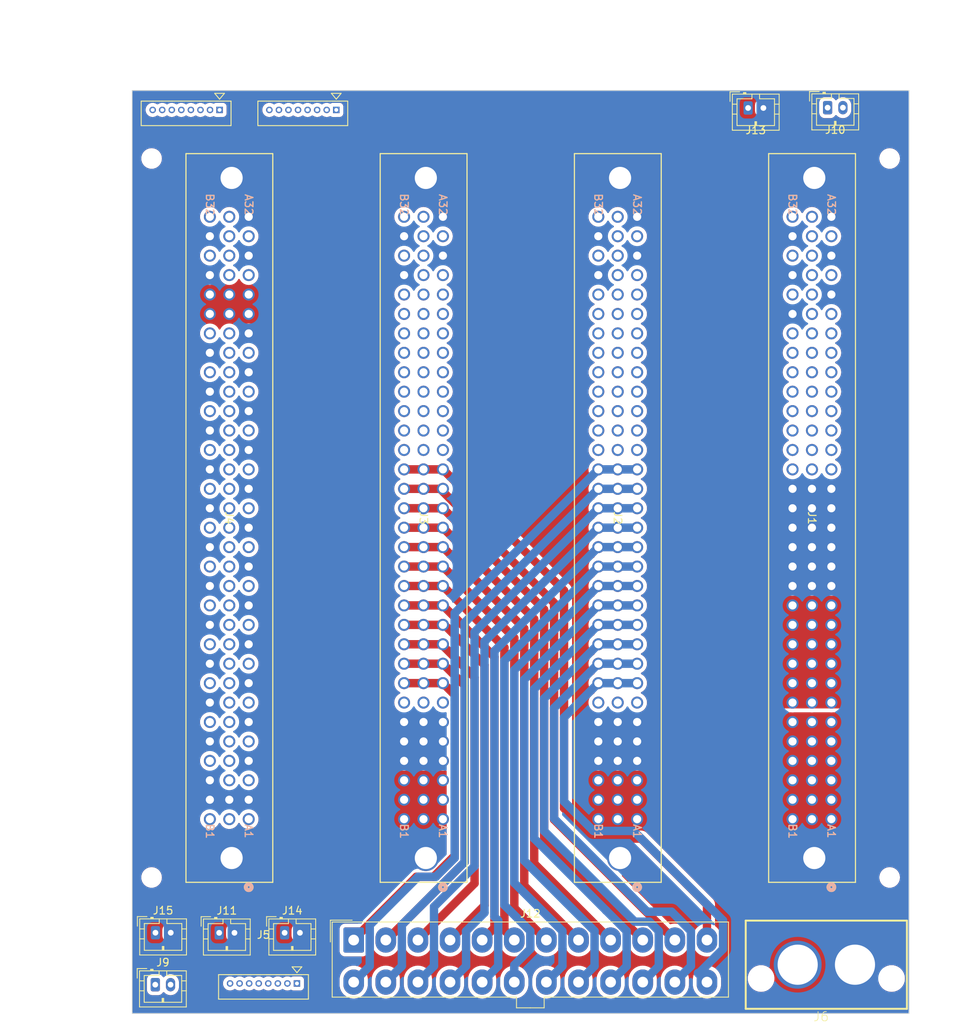
<source format=kicad_pcb>
(kicad_pcb (version 20221018) (generator pcbnew)
  (layers (0 "F.Cu" power) (1 "In1.Cu" signal) (2 "In2.Cu" signal) (31 "B.Cu" power) (34 "B.Paste" user) (35 "F.Paste" user) (36 "B.SilkS" user "B.Silkscreen") (37 "F.SilkS" user "F.Silkscreen") (38 "B.Mask" user) (39 "F.Mask" user) (44 "Edge.Cuts" user))
  (net 0 "")
  (net 1 "+24V")
  (net 2 "+12V")
  (net 3 "GND")
  (net 4 "+5V")
  (net 5 "+3.3V")
  (net 6 "CANL")
  (net 7 "DAT1")
  (net 8 "CANH")
  (net 9 "THR1-1")
  (net 10 "THR1-2")
  (net 11 "THR1-3")
  (net 12 "THR2-1")
  (net 13 "THR2-2")
  (net 14 "THR2-3")
  (net 15 "THR3-1")
  (net 20 "THR3-2")
  (net 21 "THR3-3")
  (net 22 "THR4-1")
  (net 23 "THR4-2")
  (net 24 "THR4-3")
  (net 25 "THR5-1")
  (net 26 "THR5-2")
  (net 27 "THR5-3")
  (net 28 "THR6-1")
  (net 29 "THR6-2")
  (net 30 "THR6-3")
  (net 31 "THR7-1")
  (net 32 "THR7-2")
  (net 33 "THR7-3")
  (net 34 "THR8-1")
  (net 39 "THR8-2")
  (net 40 "THR8-3")
  (net 41 "DAT2")
  (net 46 "ETH1-1")
  (net 47 "ETH1-2")
  (net 48 "ETH1-4")
  (net 49 "ETH1-5")
  (net 50 "ETH1-7")
  (net 51 "ETH1-8")
  (net 52 "ETH2-2")
  (net 53 "ETH2-3")
  (net 54 "ETH2-5")
  (net 55 "ETH2-6")
  (net 56 "ETH2-8")
  (net 57 "ETH3-1")
  (net 58 "ETH3-3")
  (net 59 "ETH3-4")
  (net 60 "ETH3-6")
  (net 61 "ETH3-7")
  (net 62 "ETH1-3")
  (net 63 "ETH1-6")
  (net 64 "ETH2-1")
  (net 71 "ETH2-4")
  (net 72 "ETH2-7")
  (net 73 "ETH3-2")
  (net 74 "ETH3-5")
  (net 75 "ETH3-8")
  (net 105 "SW2")
  (net 106 "SW1")
  (footprint "Connector_JST:JST_PH_B2B-PH-K_1x02_P2.00mm_Vertical" (layer "F.Cu") (at 82.499328 136.777073)
    (fp_text reference "J11")
    (fp_text value "Conn_01x02")
  )
  (footprint "650470_5:CON_530470810_MOL" (layer "F.Cu") (at 92.67 143.393262)
    (fp_text reference "J5")
    (fp_text value "530470810")
  )
  (footprint "Connector_JST:JST_PH_B2B-PH-K_1x02_P2.00mm_Vertical" (layer "F.Cu") (at 151.67 28.956)
    (fp_text reference "J13")
    (fp_text value "Conn_01x02")
  )
  (footprint "650470_5:CON_530470810_MOL" (layer "F.Cu") (at 82.55 29.21)
    (fp_text reference "J7" hide)
    (fp_text value "530470810")
  )
  (footprint "650470_5:CONN_650470-5_TYC" (layer "F.Cu") (at 111.76 121.92 -90)
    (fp_text reference "J3")
    (fp_text value "~")
  )
  (footprint "MountingHole:MountingHole_2.2mm_M2" (layer "F.Cu") (at 170.18 129.54)
    (fp_text reference "REF**" hide)
    (fp_text value "MountingHole_2.2mm_M2")
  )
  (footprint "Connector_JST:JST_PH_B2B-PH-K_1x02_P2.00mm_Vertical" (layer "F.Cu") (at 91.05846 136.771766)
    (fp_text reference "J14")
    (fp_text value "Conn_01x02")
  )
  (footprint "MountingHole:MountingHole_2.2mm_M2" (layer "F.Cu") (at 170.18 35.56)
    (fp_text reference "REF**" hide)
    (fp_text value "MountingHole_2.2mm_M2")
  )
  (footprint "Connector_JST:JST_PH_B2B-PH-K_1x02_P2.00mm_Vertical" (layer "F.Cu") (at 74.140538 143.555467)
    (fp_text reference "J9")
    (fp_text value "Conn_01x02")
  )
  (footprint "Connector_JST:JST_PH_B2B-PH-K_1x02_P2.00mm_Vertical" (layer "F.Cu") (at 74.164583 136.764001)
    (fp_text reference "J15")
    (fp_text value "Conn_01x02")
  )
  (footprint "650470_5:CONN_650470-5_TYC" (layer "F.Cu") (at 137.16 121.92 -90)
    (fp_text reference "J2")
    (fp_text value "~")
  )
  (footprint "650470_5:CONN_650470-5_TYC" (layer "F.Cu") (at 162.56 121.92 -90)
    (fp_text reference "J1")
    (fp_text value "~")
  )
  (footprint "MountingHole:MountingHole_2.2mm_M2" (layer "F.Cu") (at 73.66 129.54)
    (fp_text reference "REF**" hide)
    (fp_text value "MountingHole_2.2mm_M2")
  )
  (footprint "650470_5:SUPERSABRE_2CIRCUIT" (layer "F.Cu") (at 161.8996 140.9446)
    (fp_text reference "J6")
    (fp_text value "1720420202" hide)
  )
  (footprint "Connector_JST:JST_PH_B2B-PH-K_1x02_P2.00mm_Vertical" (layer "F.Cu") (at 162.068 28.914)
    (fp_text reference "J10")
    (fp_text value "Conn_01x02")
  )
  (footprint "MountingHole:MountingHole_2.2mm_M2" (layer "F.Cu") (at 73.66 35.56)
    (fp_text reference "REF**" hide)
    (fp_text value "MountingHole_2.2mm_M2")
  )
  (footprint "Connector_Molex:Molex_Mini-Fit_Jr_5566-24A_2x12_P4.20mm_Vertical" (layer "F.Cu") (at 100.09 137.72)
    (fp_text reference "J12")
    (fp_text value "Conn_02x12_Odd_Even")
  )
  (footprint "650470_5:CON_530470810_MOL" (layer "F.Cu") (at 97.81 29.21)
    (fp_text reference "J8" hide)
    (fp_text value "530470810")
  )
  (footprint "650470_5:CONN_650470-5_TYC" (layer "F.Cu") (at 86.36 121.92 -90)
    (fp_text reference "J4")
    (fp_text value "~")
  )
  (gr_rect (start 71.12 26.67) (end 172.72 147.32) (stroke (width 0.1)) (fill none) (layer "Edge.Cuts"))
  (segment (start 127.5974 119.611612) (end 127.5974 108.6226) (width 1.1) (layer "B.Cu") (net 9))
  (segment (start 148.39 138.889848) (end 148.39 135.159353) (width 1.1) (layer "B.Cu") (net 9))
  (segment (start 136.688047 123.4574) (end 131.443188 123.4574) (width 1.1) (layer "B.Cu") (net 9))
  (segment (start 127.5974 108.6226) (end 132.08 104.14) (width 1.1) (layer "B.Cu") (net 9))
  (segment (start 131.443188 123.4574) (end 127.5974 119.611612) (width 1.1) (layer "B.Cu") (net 9))
  (segment (start 145.109239 142.039239) (end 145.240609 142.039239) (width 1.1) (layer "B.Cu") (net 9))
  (segment (start 137.16 104.14) (end 134.62 104.14) (width 1.1) (layer "B.Cu") (net 9))
  (segment (start 132.08 104.14) (end 134.62 104.14) (width 1.1) (layer "B.Cu") (net 9))
  (segment (start 148.39 135.159353) (end 136.688047 123.4574) (width 1.1) (layer "B.Cu") (net 9))
  (segment (start 146.29 143.22) (end 145.109239 142.039239) (width 1.1) (layer "B.Cu") (net 9))
  (segment (start 145.240609 142.039239) (end 148.39 138.889848) (width 1.1) (layer "B.Cu") (net 9))
  (segment (start 142.09 143.22) (end 144.19 141.12) (width 1.1) (layer "B.Cu") (net 10))
  (segment (start 132.08 101.6) (end 134.62 101.6) (width 1.1) (layer "B.Cu") (net 10))
  (segment (start 138.477431 134.02) (end 126.2974 121.839969) (width 1.1) (layer "B.Cu") (net 10))
  (segment (start 137.16 101.6) (end 134.62 101.6) (width 1.1) (layer "B.Cu") (net 10))
  (segment (start 141.659848 134.02) (end 138.477431 134.02) (width 1.1) (layer "B.Cu") (net 10))
  (segment (start 126.2974 121.839969) (end 126.2974 107.3826) (width 1.1) (layer "B.Cu") (net 10))
  (segment (start 126.2974 107.3826) (end 132.08 101.6) (width 1.1) (layer "B.Cu") (net 10))
  (segment (start 144.19 136.550152) (end 141.659848 134.02) (width 1.1) (layer "B.Cu") (net 10))
  (segment (start 144.19 141.12) (end 144.19 136.550152) (width 1.1) (layer "B.Cu") (net 10))
  (segment (start 124.9974 123.4734) (end 124.9974 106.1426) (width 1.1) (layer "B.Cu") (net 11))
  (segment (start 139.99 141.12) (end 139.99 136.550152) (width 1.1) (layer "B.Cu") (net 11))
  (segment (start 139.99 136.550152) (end 138.759848 135.32) (width 1.1) (layer "B.Cu") (net 11))
  (segment (start 138.759848 135.32) (end 136.844 135.32) (width 1.1) (layer "B.Cu") (net 11))
  (segment (start 137.16 99.06) (end 134.62 99.06) (width 1.1) (layer "B.Cu") (net 11))
  (segment (start 137.89 143.22) (end 139.99 141.12) (width 1.1) (layer "B.Cu") (net 11))
  (segment (start 132.08 99.06) (end 134.62 99.06) (width 1.1) (layer "B.Cu") (net 11))
  (segment (start 136.844 135.32) (end 124.9974 123.4734) (width 1.1) (layer "B.Cu") (net 11))
  (segment (start 124.9974 106.1426) (end 132.08 99.06) (width 1.1) (layer "B.Cu") (net 11))
  (segment (start 133.69 143.22) (end 135.79 141.12) (width 1.1) (layer "B.Cu") (net 12))
  (segment (start 133.097848 133.858) (end 133.096 133.858) (width 1.1) (layer "B.Cu") (net 12))
  (segment (start 123.6974 104.9026) (end 132.08 96.52) (width 1.1) (layer "B.Cu") (net 12))
  (segment (start 135.79 136.550152) (end 133.097848 133.858) (width 1.1) (layer "B.Cu") (net 12))
  (segment (start 135.79 141.12) (end 135.79 136.550152) (width 1.1) (layer "B.Cu") (net 12))
  (segment (start 132.08 96.52) (end 134.62 96.52) (width 1.1) (layer "B.Cu") (net 12))
  (segment (start 133.096 133.858) (end 123.6974 124.4594) (width 1.1) (layer "B.Cu") (net 12))
  (segment (start 137.16 96.52) (end 134.62 96.52) (width 1.1) (layer "B.Cu") (net 12))
  (segment (start 123.6974 124.4594) (end 123.6974 104.9026) (width 1.1) (layer "B.Cu") (net 12))
  (segment (start 122.3974 103.6626) (end 132.08 93.98) (width 1.1) (layer "B.Cu") (net 13))
  (segment (start 131.59 136.550152) (end 122.3974 127.357552) (width 1.1) (layer "B.Cu") (net 13))
  (segment (start 131.59 141.12) (end 131.59 136.550152) (width 1.1) (layer "B.Cu") (net 13))
  (segment (start 132.08 93.98) (end 134.62 93.98) (width 1.1) (layer "B.Cu") (net 13))
  (segment (start 129.49 143.22) (end 131.59 141.12) (width 1.1) (layer "B.Cu") (net 13))
  (segment (start 122.3974 127.357552) (end 122.3974 103.6626) (width 1.1) (layer "B.Cu") (net 13))
  (segment (start 137.16 93.98) (end 134.62 93.98) (width 1.1) (layer "B.Cu") (net 13))
  (segment (start 127.391529 138.891377) (end 127.39 138.889848) (width 1.1) (layer "B.Cu") (net 14))
  (segment (start 132.08 91.44) (end 134.62 91.44) (width 1.1) (layer "B.Cu") (net 14))
  (segment (start 127.39 138.889848) (end 127.39 136.550152) (width 1.1) (layer "B.Cu") (net 14))
  (segment (start 125.29 143.22) (end 127.391529 141.118471) (width 1.1) (layer "B.Cu") (net 14))
  (segment (start 127.391529 141.118471) (end 127.391529 138.891377) (width 1.1) (layer "B.Cu") (net 14))
  (segment (start 127.39 136.550152) (end 121.0974 130.257552) (width 1.1) (layer "B.Cu") (net 14))
  (segment (start 137.16 91.44) (end 134.62 91.44) (width 1.1) (layer "B.Cu") (net 14))
  (segment (start 121.0974 102.4226) (end 132.08 91.44) (width 1.1) (layer "B.Cu") (net 14))
  (segment (start 121.0974 130.257552) (end 121.0974 102.4226) (width 1.1) (layer "B.Cu") (net 14))
  (segment (start 119.7974 133.157552) (end 119.7974 101.1826) (width 1.1) (layer "B.Cu") (net 15))
  (segment (start 119.7974 101.1826) (end 132.08 88.9) (width 1.1) (layer "B.Cu") (net 15))
  (segment (start 121.09 143.22) (end 121.09 140.989848) (width 1.1) (layer "B.Cu") (net 15))
  (segment (start 123.19 136.550152) (end 119.7974 133.157552) (width 1.1) (layer "B.Cu") (net 15))
  (segment (start 121.09 140.989848) (end 123.19 138.889848) (width 1.1) (layer "B.Cu") (net 15))
  (segment (start 123.19 138.889848) (end 123.19 136.550152) (width 1.1) (layer "B.Cu") (net 15))
  (segment (start 137.16 88.9) (end 134.62 88.9) (width 1.1) (layer "B.Cu") (net 15))
  (segment (start 132.08 88.9) (end 134.62 88.9) (width 1.1) (layer "B.Cu") (net 15))
  (segment (start 118.4974 99.9426) (end 132.08 86.36) (width 1.1) (layer "B.Cu") (net 20))
  (segment (start 137.16 86.36) (end 134.62 86.36) (width 1.1) (layer "B.Cu") (net 20))
  (segment (start 132.08 86.36) (end 134.62 86.36) (width 1.1) (layer "B.Cu") (net 20))
  (segment (start 118.99 135.17383) (end 118.4974 134.68123) (width 1.1) (layer "B.Cu") (net 20))
  (segment (start 116.89 143.22) (end 118.99 141.12) (width 1.1) (layer "B.Cu") (net 20))
  (segment (start 118.99 141.12) (end 118.99 135.17383) (width 1.1) (layer "B.Cu") (net 20))
  (segment (start 118.4974 134.68123) (end 118.4974 99.9426) (width 1.1) (layer "B.Cu") (net 20))
  (segment (start 117.1974 98.7026) (end 132.08 83.82) (width 1.1) (layer "B.Cu") (net 21))
  (segment (start 114.79 136.550152) (end 117.1974 134.142752) (width 1.1) (layer "B.Cu") (net 21))
  (segment (start 137.16 83.82) (end 134.62 83.82) (width 1.1) (layer "B.Cu") (net 21))
  (segment (start 117.1974 134.142752) (end 117.1974 98.7026) (width 1.1) (layer "B.Cu") (net 21))
  (segment (start 132.08 83.82) (end 134.62 83.82) (width 1.1) (layer "B.Cu") (net 21))
  (segment (start 114.79 141.12) (end 114.79 136.550152) (width 1.1) (layer "B.Cu") (net 21))
  (segment (start 112.69 143.22) (end 114.79 141.12) (width 1.1) (layer "B.Cu") (net 21))
  (segment (start 137.16 81.28) (end 134.62 81.28) (width 1.1) (layer "B.Cu") (net 22))
  (segment (start 115.8974 97.4626) (end 132.08 81.28) (width 1.1) (layer "B.Cu") (net 22))
  (segment (start 108.49 143.22) (end 110.59 141.12) (width 1.1) (layer "B.Cu") (net 22))
  (segment (start 110.59 141.12) (end 110.59 133.370956) (width 1.1) (layer "B.Cu") (net 22))
  (segment (start 110.59 133.370956) (end 115.8974 128.063556) (width 1.1) (layer "B.Cu") (net 22))
  (segment (start 115.8974 128.063556) (end 115.8974 97.4626) (width 1.1) (layer "B.Cu") (net 22))
  (segment (start 132.08 81.28) (end 134.62 81.28) (width 1.1) (layer "B.Cu") (net 22))
  (segment (start 106.39 141.12) (end 106.39 135.732478) (width 1.1) (layer "B.Cu") (net 23))
  (segment (start 137.16 78.74) (end 134.62 78.74) (width 1.1) (layer "B.Cu") (net 23))
  (segment (start 114.5974 96.2226) (end 132.08 78.74) (width 1.1) (layer "B.Cu") (net 23))
  (segment (start 114.5974 127.525078) (end 114.5974 96.2226) (width 1.1) (layer "B.Cu") (net 23))
  (segment (start 106.39 135.732478) (end 114.5974 127.525078) (width 1.1) (layer "B.Cu") (net 23))
  (segment (start 104.29 143.22) (end 106.39 141.12) (width 1.1) (layer "B.Cu") (net 23))
  (segment (start 132.08 78.74) (end 134.62 78.74) (width 1.1) (layer "B.Cu") (net 23))
  (segment (start 108.509231 129.4518) (end 110.8322 129.4518) (width 1.1) (layer "B.Cu") (net 24))
  (segment (start 110.8322 129.4518) (end 113.2974 126.9866) (width 1.1) (layer "B.Cu") (net 24))
  (segment (start 134.62 76.2) (end 137.16 76.2) (width 1.1) (layer "B.Cu") (net 24))
  (segment (start 132.08 76.2) (end 134.62 76.2) (width 1.1) (layer "B.Cu") (net 24))
  (segment (start 100.09 143.22) (end 102.19 141.12) (width 1.1) (layer "B.Cu") (net 24))
  (segment (start 102.19 135.771031) (end 108.509231 129.4518) (width 1.1) (layer "B.Cu") (net 24))
  (segment (start 113.2974 126.9866) (end 113.2974 94.9826) (width 1.1) (layer "B.Cu") (net 24))
  (segment (start 113.2974 94.9826) (end 132.08 76.2) (width 1.1) (layer "B.Cu") (net 24))
  (segment (start 102.19 141.12) (end 102.19 135.771031) (width 1.1) (layer "B.Cu") (net 24))
  (segment (start 113.2974 105.6774) (end 111.76 104.14) (width 1.1) (layer "F.Cu") (net 25))
  (segment (start 100.09 137.72) (end 100.09 137.654) (width 1.1) (layer "F.Cu") (net 25))
  (segment (start 110.540369 129.4518) (end 113.2974 126.694769) (width 1.1) (layer "F.Cu") (net 25))
  (segment (start 106.68 104.14) (end 109.22 104.14) (width 1.1) (layer "F.Cu") (net 25))
  (segment (start 109.22 104.14) (end 111.76 104.14) (width 1.1) (layer "F.Cu") (net 25))
  (segment (start 113.2974 126.694769) (end 113.2974 105.6774) (width 1.1) (layer "F.Cu") (net 25))
  (segment (start 100.09 137.654) (end 108.2922 129.4518) (width 1.1) (layer "F.Cu") (net 25))
  (segment (start 108.2922 129.4518) (end 110.540369 129.4518) (width 1.1) (layer "F.Cu") (net 25))
  (segment (start 109.22 101.6) (end 111.76 101.6) (width 1.1) (layer "F.Cu") (net 26))
  (segment (start 111.76 101.6) (end 114.5974 104.4374) (width 1.1) (layer "F.Cu") (net 26))
  (segment (start 104.402478 137.72) (end 104.29 137.72) (width 1.1) (layer "F.Cu") (net 26))
  (segment (start 114.5974 104.4374) (end 114.5974 127.525078) (width 1.1) (layer "F.Cu") (net 26))
  (segment (start 114.5974 127.525078) (end 104.402478 137.72) (width 1.1) (layer "F.Cu") (net 26))
  (segment (start 106.68 101.6) (end 109.22 101.6) (width 1.1) (layer "F.Cu") (net 26))
  (segment (start 115.8974 130.3126) (end 108.49 137.72) (width 1.1) (layer "F.Cu") (net 27))
  (segment (start 109.22 99.06) (end 111.76 99.06) (width 1.1) (layer "F.Cu") (net 27))
  (segment (start 106.68 99.06) (end 109.22 99.06) (width 1.1) (layer "F.Cu") (net 27))
  (segment (start 115.8974 103.380294) (end 115.8974 130.3126) (width 1.1) (layer "F.Cu") (net 27))
  (segment (start 111.76 99.242894) (end 115.8974 103.380294) (width 1.1) (layer "F.Cu") (net 27))
  (segment (start 111.76 99.06) (end 111.76 99.242894) (width 1.1) (layer "F.Cu") (net 27))
  (segment (start 111.76 96.52) (end 111.958106 96.52) (width 1.1) (layer "F.Cu") (net 28))
  (segment (start 106.68 96.52) (end 109.22 96.52) (width 1.1) (layer "F.Cu") (net 28))
  (segment (start 111.958106 96.52) (end 117.1974 101.759294) (width 1.1) (layer "F.Cu") (net 28))
  (segment (start 117.1974 101.759294) (end 117.1974 133.2126) (width 1.1) (layer "F.Cu") (net 28))
  (segment (start 109.22 96.52) (end 111.76 96.52) (width 1.1) (layer "F.Cu") (net 28))
  (segment (start 117.1974 133.2126) (end 112.69 137.72) (width 1.1) (layer "F.Cu") (net 28))
  (segment (start 118.4974 100.7174) (end 118.4974 136.1126) (width 1.1) (layer "F.Cu") (net 29))
  (segment (start 111.76 93.98) (end 118.4974 100.7174) (width 1.1) (layer "F.Cu") (net 29))
  (segment (start 118.4974 136.1126) (end 116.89 137.72) (width 1.1) (layer "F.Cu") (net 29))
  (segment (start 106.68 93.98) (end 109.22 93.98) (width 1.1) (layer "F.Cu") (net 29))
  (segment (start 109.22 93.98) (end 111.76 93.98) (width 1.1) (layer "F.Cu") (net 29))
  (segment (start 111.76 91.44) (end 119.7974 99.4774) (width 1.1) (layer "F.Cu") (net 30))
  (segment (start 119.7974 136.4274) (end 121.09 137.72) (width 1.1) (layer "F.Cu") (net 30))
  (segment (start 119.7974 99.4774) (end 119.7974 136.4274) (width 1.1) (layer "F.Cu") (net 30))
  (segment (start 106.68 91.44) (end 109.22 91.44) (width 1.1) (layer "F.Cu") (net 30))
  (segment (start 109.22 91.44) (end 111.76 91.44) (width 1.1) (layer "F.Cu") (net 30))
  (segment (start 121.0974 133.5274) (end 125.29 137.72) (width 1.1) (layer "F.Cu") (net 31))
  (segment (start 106.68 88.9) (end 109.22 88.9) (width 1.1) (layer "F.Cu") (net 31))
  (segment (start 109.22 88.9) (end 111.76 88.9) (width 1.1) (layer "F.Cu") (net 31))
  (segment (start 111.76 88.9) (end 121.0974 98.2374) (width 1.1) (layer "F.Cu") (net 31))
  (segment (start 121.0974 98.2374) (end 121.0974 133.5274) (width 1.1) (layer "F.Cu") (net 31))
  (segment (start 111.76 86.36) (end 122.3974 96.9974) (width 1.1) (layer "F.Cu") (net 32))
  (segment (start 106.68 86.36) (end 109.22 86.36) (width 1.1) (layer "F.Cu") (net 32))
  (segment (start 109.22 86.36) (end 111.76 86.36) (width 1.1) (layer "F.Cu") (net 32))
  (segment (start 122.3974 130.6274) (end 129.49 137.72) (width 1.1) (layer "F.Cu") (net 32))
  (segment (start 122.3974 96.9974) (end 122.3974 130.6274) (width 1.1) (layer "F.Cu") (net 32))
  (segment (start 109.22 83.82) (end 111.76 83.82) (width 1.1) (layer "F.Cu") (net 33))
  (segment (start 123.6974 95.7574) (end 123.6974 127.7274) (width 1.1) (layer "F.Cu") (net 33))
  (segment (start 123.6974 127.7274) (end 133.69 137.72) (width 1.1) (layer "F.Cu") (net 33))
  (segment (start 106.68 83.82) (end 109.22 83.82) (width 1.1) (layer "F.Cu") (net 33))
  (segment (start 111.76 83.82) (end 123.6974 95.7574) (width 1.1) (layer "F.Cu") (net 33))
  (segment (start 111.76 81.28) (end 124.9974 94.5174) (width 1.1) (layer "F.Cu") (net 34))
  (segment (start 124.9974 94.5174) (end 124.9974 124.8274) (width 1.1) (layer "F.Cu") (net 34))
  (segment (start 106.68 81.28) (end 109.22 81.28) (width 1.1) (layer "F.Cu") (net 34))
  (segment (start 124.9974 124.8274) (end 137.89 137.72) (width 1.1) (layer "F.Cu") (net 34))
  (segment (start 109.22 81.28) (end 111.76 81.28) (width 1.1) (layer "F.Cu") (net 34))
  (segment (start 141.784 137.72) (end 142.09 137.72) (width 1.3) (layer "F.Cu") (net 39))
  (segment (start 111.394212 78.74) (end 126.2974 93.643188) (width 1.1) (layer "F.Cu") (net 39))
  (segment (start 111.76 78.74) (end 111.394212 78.74) (width 1.1) (layer "F.Cu") (net 39))
  (segment (start 126.2974 93.643188) (end 126.2974 121.9794) (width 1.1) (layer "F.Cu") (net 39))
  (segment (start 106.68 78.74) (end 109.22 78.74) (width 1.1) (layer "F.Cu") (net 39))
  (segment (start 142.038 137.72) (end 142.09 137.72) (width 1.1) (layer "F.Cu") (net 39))
  (segment (start 109.22 78.74) (end 111.76 78.74) (width 1.1) (layer "F.Cu") (net 39))
  (segment (start 126.2974 121.9794) (end 142.038 137.72) (width 1.1) (layer "F.Cu") (net 39))
  (segment (start 131.572 124.46) (end 137.668 124.46) (width 1.1) (layer "F.Cu") (net 40))
  (segment (start 111.76 76.2) (end 127.5974 92.0374) (width 1.1) (layer "F.Cu") (net 40))
  (segment (start 106.68 76.2) (end 109.22 76.2) (width 1.1) (layer "F.Cu") (net 40))
  (segment (start 109.22 76.2) (end 111.76 76.2) (width 1.1) (layer "F.Cu") (net 40))
  (segment (start 127.5974 92.0374) (end 127.5974 120.4854) (width 1.1) (layer "F.Cu") (net 40))
  (segment (start 146.29 133.082) (end 146.29 137.72) (width 1.1) (layer "F.Cu") (net 40))
  (segment (start 127.5974 120.4854) (end 131.572 124.46) (width 1.1) (layer "F.Cu") (net 40))
  (segment (start 137.668 124.46) (end 146.29 133.082) (width 1.1) (layer "F.Cu") (net 40))
  (zone (net 1) (net_name "+24V") (layer "F.Cu") (priority 4) (connect_pads yes (clearance 0.5)) (min_thickness 0.25) (fill yes (thermal_gap 0.5) (thermal_bridge_width 0.5))
    (polygon (pts (xy 172.72 147.32) (xy 172.72 107.95) (xy 150.876 107.95) (xy 150.876 147.32)))
  )
  (zone (net 2) (net_name "+12V") (layer "F.Cu") (connect_pads yes (clearance 0.5)) (min_thickness 0.25) (fill yes (thermal_gap 0.5) (thermal_bridge_width 0.5))
    (polygon (pts (xy 71.12 26.67) (xy 71.12 147.32) (xy 172.72 147.32) (xy 172.72 26.67)))
  )
  (zone (net 3) (net_name "GND") (layer "B.Cu") (priority 1) (connect_pads yes (clearance 0.5)) (min_thickness 0.25) (fill yes (thermal_gap 0.5) (thermal_bridge_width 0.5))
    (polygon (pts (xy 71.12 26.67) (xy 71.12 147.32) (xy 172.72 147.32) (xy 172.72 26.67)))
  )
)
</source>
